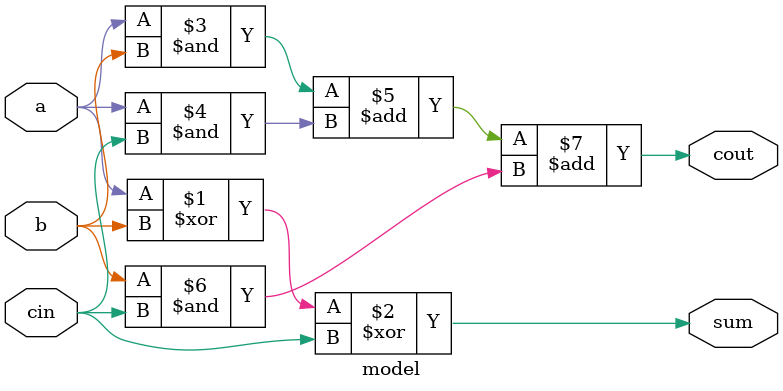
<source format=sv>
module model (
    input a,
    input b,
    input cin,
    output logic sum,
    output logic cout
);
    assign sum = a ^ b ^ cin;
    assign cout = (a & b) + (a & cin) + (b & cin);
    
endmodule
</source>
